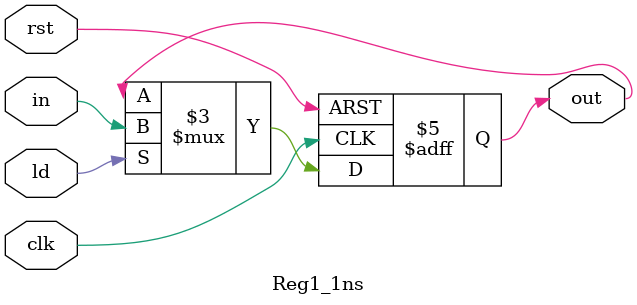
<source format=v>
`timescale 1ns/1ns
module Reg1_1ns(input clk, rst, ld, input  in, output reg out);
    always @(posedge clk, posedge rst) begin
        #1
        if(rst) out = 1'b0;
        else if(ld) out = in;
        else out = out;
    end
endmodule
</source>
